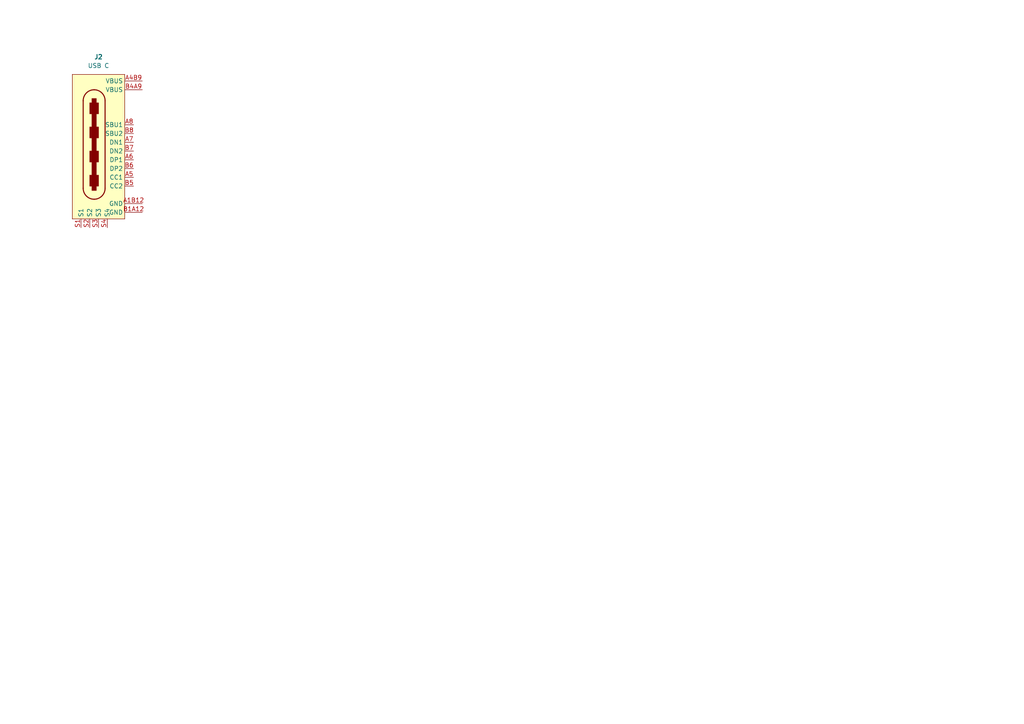
<source format=kicad_sch>
(kicad_sch (version 20231120) (generator "eeschema") (generator_version "8.0")
  (paper "A4")
  (lib_symbols
    (symbol "SAMPI:USB4105"
      (property "Reference" "J" (at 0.635 -1.905 0))
      (property "Value" "USB C" (at 2.54 -3.81 0))
      (symbol "USB4105_1_1"
        (rectangle (start 0 -5.715) (end 15.24 -47.625) (fill (type background)))
        (polyline (pts (xy 3.175 -13.335) (xy 3.175 -38.735)) (stroke (width 0.3)))
        (polyline (pts (xy 9.525 -13.335) (xy 9.525 -38.735)) (stroke (width 0.3)))
        (arc (start 3.175 -38.735) (mid 4.1049 -40.9801) (end 6.35 -41.91) (stroke (width 0.3)))
        (rectangle (start 5.08 -34.925) (end 5.715 -38.1) (fill (type outline)))
        (rectangle (start 5.08 -27.94) (end 5.715 -31.115) (fill (type outline)))
        (rectangle (start 5.08 -20.955) (end 5.715 -24.13) (fill (type outline)))
        (rectangle (start 5.08 -13.97) (end 5.715 -17.145) (fill (type outline)))
        (rectangle (start 5.715 -12.7) (end 6.985 -39.37) (fill (type outline)))
        (arc (start 6.35 -41.91) (mid 8.5951 -40.9801) (end 9.525 -38.735) (stroke (width 0.3)))
        (arc (start 6.35 -10.16) (mid 4.1049 -11.0899) (end 3.175 -13.335) (stroke (width 0.3)))
        (rectangle (start 6.985 -34.925) (end 7.62 -38.1) (fill (type outline)))
        (rectangle (start 6.985 -27.94) (end 7.62 -31.115) (fill (type outline)))
        (rectangle (start 6.985 -20.955) (end 7.62 -24.13) (fill (type outline)))
        (rectangle (start 6.985 -13.97) (end 7.62 -17.145) (fill (type outline)))
        (arc (start 9.525 -13.335) (mid 8.5951 -11.0899) (end 6.35 -10.16) (stroke (width 0.3)))
        (pin passive line (at 20.32 -43.18 180) (length 5.08) (name "GND") (number "A1B12"))
        (pin passive line (at 20.32 -7.62 180) (length 5.08) (name "VBUS") (number "A4B9"))
        (pin passive line (at 17.78 -35.56 180) (length 2.54) (name "CC1") (number "A5"))
        (pin passive line (at 17.78 -30.48 180) (length 2.54) (name "DP1") (number "A6"))
        (pin passive line (at 17.78 -25.4 180) (length 2.54) (name "DN1") (number "A7"))
        (pin passive line (at 17.78 -20.32 180) (length 2.54) (name "SBU1") (number "A8"))
        (pin passive line (at 20.32 -45.72 180) (length 5.08) (name "GND") (number "B1A12"))
        (pin passive line (at 20.32 -10.16 180) (length 5.08) (name "VBUS") (number "B4A9"))
        (pin passive line (at 17.78 -38.1 180) (length 2.54) (name "CC2") (number "B5"))
        (pin passive line (at 17.78 -33.02 180) (length 2.54) (name "DP2") (number "B6"))
        (pin passive line (at 17.78 -27.94 180) (length 2.54) (name "DN2") (number "B7"))
        (pin passive line (at 17.78 -22.86 180) (length 2.54) (name "SBU2") (number "B8"))
        (pin passive line (at 2.54 -50.165 90) (length 2.54) (name "S1") (number "S1"))
        (pin passive line (at 5.08 -50.165 90) (length 2.54) (name "S2") (number "S2"))
        (pin passive line (at 7.62 -50.165 90) (length 2.54) (name "S3") (number "S3"))
        (pin passive line (at 10.16 -50.165 90) (length 2.54) (name "S4") (number "S4"))
      )
    )
  )
  (symbol (lib_id "SAMPI:USB4105") (at 20.955 15.875 0) (unit 1)
    (property "Reference" "J2" (at 28.575 16.51 0) (effects (font (size 1.3 1.3) (bold yes))))
    (property "Value" "USB C" (at 28.575 19.05 0))
    (property "Footprint" "SAMPI:USB4105" (effects (hide yes)))
  )
)
</source>
